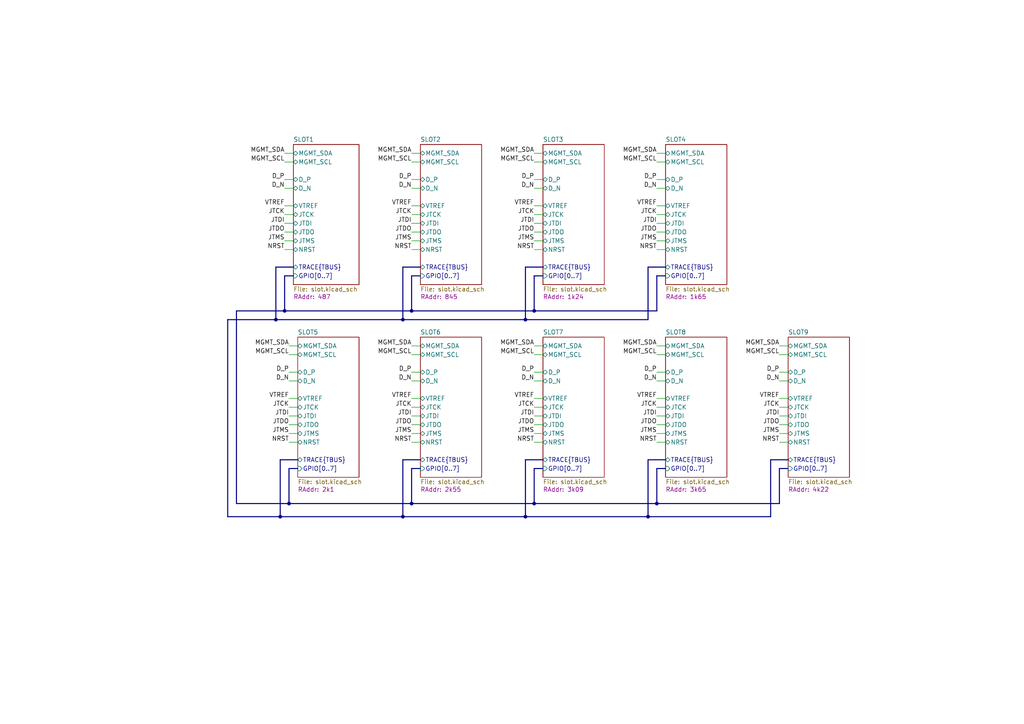
<source format=kicad_sch>
(kicad_sch
	(version 20250114)
	(generator "eeschema")
	(generator_version "9.0")
	(uuid "651e82b2-7263-4fbb-8ac3-4176204cebeb")
	(paper "A4")
	(title_block
		(title "Red Cuttle Back Plane Passive Half Rack 4u1x")
		(rev "V1.0a")
		(company "1BitSquared")
		(comment 1 "(C) 2024 1BitSquared")
		(comment 2 "(C) 2024 Piotr Esden-Tempski")
		(comment 3 "License: CC-BY-SA 4.0")
		(comment 4 "Based on original design by Zyp")
	)
	(lib_symbols)
	(junction
		(at 154.94 146.05)
		(diameter 0)
		(color 0 0 0 0)
		(uuid "0950b2de-7a1a-4d9c-a490-0d9f14ad5e33")
	)
	(junction
		(at 116.84 149.86)
		(diameter 0)
		(color 0 0 0 0)
		(uuid "0cd99a35-b656-444a-b66a-3cdd49b2a87d")
	)
	(junction
		(at 187.96 149.86)
		(diameter 0)
		(color 0 0 0 0)
		(uuid "31ca2554-8775-4212-80f9-85ac5bb67a49")
	)
	(junction
		(at 154.94 90.17)
		(diameter 0)
		(color 0 0 0 0)
		(uuid "4549e713-2cbe-4aba-b6d4-71f3db2d7d00")
	)
	(junction
		(at 119.38 146.05)
		(diameter 0)
		(color 0 0 0 0)
		(uuid "5400090f-f955-4bff-8953-2ef9f4715e8e")
	)
	(junction
		(at 81.28 149.86)
		(diameter 0)
		(color 0 0 0 0)
		(uuid "5466b416-38e0-4699-aea4-61e7bec9fc1b")
	)
	(junction
		(at 190.5 146.05)
		(diameter 0)
		(color 0 0 0 0)
		(uuid "7aee9752-3c62-44c0-a04f-a4119ca1f849")
	)
	(junction
		(at 152.4 92.71)
		(diameter 0)
		(color 0 0 0 0)
		(uuid "7e996131-e10b-4c58-9b98-dccdd7fb1081")
	)
	(junction
		(at 152.4 149.86)
		(diameter 0)
		(color 0 0 0 0)
		(uuid "7eb8e798-607a-404b-9ff4-5e2d5c5f5111")
	)
	(junction
		(at 119.38 90.17)
		(diameter 0)
		(color 0 0 0 0)
		(uuid "8183ffc1-6861-4fe3-bf1f-c32c8a41188d")
	)
	(junction
		(at 82.55 90.17)
		(diameter 0)
		(color 0 0 0 0)
		(uuid "83f2fd1c-f674-4d08-9d10-b0a031a608de")
	)
	(junction
		(at 80.01 92.71)
		(diameter 0)
		(color 0 0 0 0)
		(uuid "b74a3c6a-b0b9-43cf-b2c6-7b33f0bc611e")
	)
	(junction
		(at 116.84 92.71)
		(diameter 0)
		(color 0 0 0 0)
		(uuid "e5211030-db7e-4aa9-815d-25aaaee90a3d")
	)
	(junction
		(at 83.82 146.05)
		(diameter 0)
		(color 0 0 0 0)
		(uuid "fb921bd0-2a8a-401d-adf6-656417ba7e40")
	)
	(wire
		(pts
			(xy 83.82 125.73) (xy 86.36 125.73)
		)
		(stroke
			(width 0)
			(type default)
		)
		(uuid "02916bf8-232d-4f2c-9b84-210d00e954f3")
	)
	(bus
		(pts
			(xy 152.4 133.35) (xy 152.4 149.86)
		)
		(stroke
			(width 0)
			(type default)
		)
		(uuid "04b840ec-7219-4dc1-ab7f-63f5cbfd57d0")
	)
	(bus
		(pts
			(xy 226.06 146.05) (xy 190.5 146.05)
		)
		(stroke
			(width 0)
			(type default)
		)
		(uuid "0706430b-9e32-4ce4-b4c6-cd69ae6bf990")
	)
	(wire
		(pts
			(xy 190.5 125.73) (xy 193.04 125.73)
		)
		(stroke
			(width 0)
			(type default)
		)
		(uuid "0af31011-a8f3-45d5-9ee5-deebf303f415")
	)
	(bus
		(pts
			(xy 190.5 80.01) (xy 193.04 80.01)
		)
		(stroke
			(width 0)
			(type default)
		)
		(uuid "0c2d3781-a9ef-4e70-85a7-e7c51cc8f783")
	)
	(bus
		(pts
			(xy 119.38 90.17) (xy 119.38 80.01)
		)
		(stroke
			(width 0)
			(type default)
		)
		(uuid "0cef1821-d448-4cc1-8c37-785e9f7908e3")
	)
	(wire
		(pts
			(xy 190.5 59.69) (xy 193.04 59.69)
		)
		(stroke
			(width 0)
			(type default)
		)
		(uuid "0da3149c-b03c-4cf1-af13-02d0b2def74e")
	)
	(wire
		(pts
			(xy 154.94 118.11) (xy 157.48 118.11)
		)
		(stroke
			(width 0)
			(type default)
		)
		(uuid "0e6d73fe-4edf-45f9-8e9e-cc481bda88dc")
	)
	(wire
		(pts
			(xy 154.94 102.87) (xy 157.48 102.87)
		)
		(stroke
			(width 0)
			(type default)
		)
		(uuid "10946765-0384-4e63-b0e4-cee4f771d7a0")
	)
	(wire
		(pts
			(xy 119.38 128.27) (xy 121.92 128.27)
		)
		(stroke
			(width 0)
			(type default)
		)
		(uuid "15fd5bac-d59a-4d57-8310-5cb89f890f1b")
	)
	(bus
		(pts
			(xy 116.84 92.71) (xy 116.84 77.47)
		)
		(stroke
			(width 0)
			(type default)
		)
		(uuid "16d736d1-e59c-4bd7-8313-b8816647698b")
	)
	(bus
		(pts
			(xy 81.28 149.86) (xy 116.84 149.86)
		)
		(stroke
			(width 0)
			(type default)
		)
		(uuid "17e4445d-8b9b-42f1-9a83-13e975c7b9b5")
	)
	(wire
		(pts
			(xy 154.94 110.49) (xy 157.48 110.49)
		)
		(stroke
			(width 0)
			(type default)
		)
		(uuid "1971759f-ef4b-44f8-a2f7-29b5134e3edf")
	)
	(wire
		(pts
			(xy 190.5 64.77) (xy 193.04 64.77)
		)
		(stroke
			(width 0)
			(type default)
		)
		(uuid "1b89657f-f4e2-4d00-ae9f-9487b5e2cfb0")
	)
	(wire
		(pts
			(xy 154.94 100.33) (xy 157.48 100.33)
		)
		(stroke
			(width 0)
			(type default)
		)
		(uuid "215395cc-9b47-4cd3-a3ce-f8fcff73abbc")
	)
	(bus
		(pts
			(xy 154.94 146.05) (xy 190.5 146.05)
		)
		(stroke
			(width 0)
			(type default)
		)
		(uuid "22e3feb0-e3ed-4902-8586-17a3cc289db0")
	)
	(bus
		(pts
			(xy 82.55 90.17) (xy 119.38 90.17)
		)
		(stroke
			(width 0)
			(type default)
		)
		(uuid "24bb4cb6-ac52-4414-925d-b9fd2de3a70f")
	)
	(wire
		(pts
			(xy 154.94 59.69) (xy 157.48 59.69)
		)
		(stroke
			(width 0)
			(type default)
		)
		(uuid "2b53591f-3ed9-4bfa-b0a5-18556db3b6ca")
	)
	(wire
		(pts
			(xy 226.06 100.33) (xy 228.6 100.33)
		)
		(stroke
			(width 0)
			(type default)
		)
		(uuid "2ca401a0-48d1-4b9a-a524-4e8a0907f8ab")
	)
	(wire
		(pts
			(xy 154.94 46.99) (xy 157.48 46.99)
		)
		(stroke
			(width 0)
			(type default)
		)
		(uuid "2d67c080-cf82-4d97-9544-d23d4ae7e9a5")
	)
	(wire
		(pts
			(xy 154.94 123.19) (xy 157.48 123.19)
		)
		(stroke
			(width 0)
			(type default)
		)
		(uuid "2e2fbb7b-eb77-4c22-a61d-2f9fe38eea1a")
	)
	(bus
		(pts
			(xy 80.01 77.47) (xy 80.01 92.71)
		)
		(stroke
			(width 0)
			(type default)
		)
		(uuid "30883d71-9e42-4c82-96a3-e5f0f8ce5bff")
	)
	(bus
		(pts
			(xy 83.82 146.05) (xy 119.38 146.05)
		)
		(stroke
			(width 0)
			(type default)
		)
		(uuid "34114259-83ca-44a7-8b7b-295ae6cc7793")
	)
	(wire
		(pts
			(xy 119.38 64.77) (xy 121.92 64.77)
		)
		(stroke
			(width 0)
			(type default)
		)
		(uuid "35b3832a-fce2-4953-9ffd-6ace09fc0605")
	)
	(wire
		(pts
			(xy 226.06 123.19) (xy 228.6 123.19)
		)
		(stroke
			(width 0)
			(type default)
		)
		(uuid "3c0e6ce7-3b17-4df5-8176-5fe6863bcb9c")
	)
	(wire
		(pts
			(xy 154.94 107.95) (xy 157.48 107.95)
		)
		(stroke
			(width 0)
			(type default)
		)
		(uuid "3cd17eed-a08f-4524-988f-be163759bd37")
	)
	(bus
		(pts
			(xy 119.38 135.89) (xy 121.92 135.89)
		)
		(stroke
			(width 0)
			(type default)
		)
		(uuid "3f15523a-d739-4560-8020-681e4af8c2a8")
	)
	(wire
		(pts
			(xy 190.5 62.23) (xy 193.04 62.23)
		)
		(stroke
			(width 0)
			(type default)
		)
		(uuid "4076aa69-eb44-4161-b73b-decf2eb15335")
	)
	(bus
		(pts
			(xy 66.04 92.71) (xy 66.04 149.86)
		)
		(stroke
			(width 0)
			(type default)
		)
		(uuid "40f192ff-8f3c-46bf-8e8d-a1a7d3fbcc8c")
	)
	(wire
		(pts
			(xy 190.5 102.87) (xy 193.04 102.87)
		)
		(stroke
			(width 0)
			(type default)
		)
		(uuid "482842fa-634a-4b2c-8ccc-3f69afd51cf8")
	)
	(wire
		(pts
			(xy 83.82 118.11) (xy 86.36 118.11)
		)
		(stroke
			(width 0)
			(type default)
		)
		(uuid "4acc9770-4251-497d-93d2-afedbf75c9b1")
	)
	(wire
		(pts
			(xy 190.5 120.65) (xy 193.04 120.65)
		)
		(stroke
			(width 0)
			(type default)
		)
		(uuid "4c745838-e333-4e98-9749-c78778fe72f5")
	)
	(bus
		(pts
			(xy 154.94 80.01) (xy 157.48 80.01)
		)
		(stroke
			(width 0)
			(type default)
		)
		(uuid "4d816fd6-9612-4b5e-b697-5445b39be573")
	)
	(wire
		(pts
			(xy 226.06 107.95) (xy 228.6 107.95)
		)
		(stroke
			(width 0)
			(type default)
		)
		(uuid "4f789b30-59d0-417a-a4d3-a1796fa24c96")
	)
	(wire
		(pts
			(xy 226.06 128.27) (xy 228.6 128.27)
		)
		(stroke
			(width 0)
			(type default)
		)
		(uuid "4fe24d7a-550f-4acd-8a69-0cddfda4ad74")
	)
	(wire
		(pts
			(xy 190.5 46.99) (xy 193.04 46.99)
		)
		(stroke
			(width 0)
			(type default)
		)
		(uuid "50decdca-fab8-4ec7-a5e9-520442987e18")
	)
	(wire
		(pts
			(xy 82.55 52.07) (xy 85.09 52.07)
		)
		(stroke
			(width 0)
			(type default)
		)
		(uuid "51760598-ca00-4d95-a4bc-1a90533975f5")
	)
	(bus
		(pts
			(xy 154.94 90.17) (xy 154.94 80.01)
		)
		(stroke
			(width 0)
			(type default)
		)
		(uuid "541ed23c-9d13-49d4-a4f2-2e685566a425")
	)
	(wire
		(pts
			(xy 190.5 44.45) (xy 193.04 44.45)
		)
		(stroke
			(width 0)
			(type default)
		)
		(uuid "549bfcd9-4d64-4f02-a3d1-82cdfd78447e")
	)
	(wire
		(pts
			(xy 154.94 44.45) (xy 157.48 44.45)
		)
		(stroke
			(width 0)
			(type default)
		)
		(uuid "556f4b3d-80d1-4286-8412-36d36c134d8e")
	)
	(wire
		(pts
			(xy 119.38 59.69) (xy 121.92 59.69)
		)
		(stroke
			(width 0)
			(type default)
		)
		(uuid "55e2d8e2-d707-4051-9374-65f5cd48e0fa")
	)
	(wire
		(pts
			(xy 190.5 123.19) (xy 193.04 123.19)
		)
		(stroke
			(width 0)
			(type default)
		)
		(uuid "56a4d620-73fd-49ae-8119-f6ca2a0810d6")
	)
	(wire
		(pts
			(xy 154.94 128.27) (xy 157.48 128.27)
		)
		(stroke
			(width 0)
			(type default)
		)
		(uuid "5795cab7-18b1-49e7-b6d3-9dcdbee8f791")
	)
	(bus
		(pts
			(xy 80.01 92.71) (xy 116.84 92.71)
		)
		(stroke
			(width 0)
			(type default)
		)
		(uuid "5b0ca074-e7b6-4708-a6c7-b6a25ffc7d01")
	)
	(wire
		(pts
			(xy 119.38 107.95) (xy 121.92 107.95)
		)
		(stroke
			(width 0)
			(type default)
		)
		(uuid "5b26af9d-a57f-490d-b946-48fc97b4b79d")
	)
	(wire
		(pts
			(xy 119.38 110.49) (xy 121.92 110.49)
		)
		(stroke
			(width 0)
			(type default)
		)
		(uuid "5d4df17e-5c69-48cc-b67a-7d0ab2ce9311")
	)
	(bus
		(pts
			(xy 190.5 90.17) (xy 190.5 80.01)
		)
		(stroke
			(width 0)
			(type default)
		)
		(uuid "5e80ca8d-2cd9-4dae-9a0f-f2aec0a002a2")
	)
	(wire
		(pts
			(xy 83.82 128.27) (xy 86.36 128.27)
		)
		(stroke
			(width 0)
			(type default)
		)
		(uuid "5e996334-231e-4d10-8242-258528c8ad3b")
	)
	(wire
		(pts
			(xy 154.94 125.73) (xy 157.48 125.73)
		)
		(stroke
			(width 0)
			(type default)
		)
		(uuid "5e9c4f73-03f8-460d-9e6f-c710d50ba078")
	)
	(bus
		(pts
			(xy 116.84 92.71) (xy 152.4 92.71)
		)
		(stroke
			(width 0)
			(type default)
		)
		(uuid "5f8b279f-3c59-4831-bd62-0b855d410564")
	)
	(bus
		(pts
			(xy 187.96 149.86) (xy 187.96 133.35)
		)
		(stroke
			(width 0)
			(type default)
		)
		(uuid "5fd50852-15e2-459e-8a7e-9cdb4f72edd3")
	)
	(wire
		(pts
			(xy 82.55 54.61) (xy 85.09 54.61)
		)
		(stroke
			(width 0)
			(type default)
		)
		(uuid "617191ef-ee5a-42d2-9256-9081ab496e2c")
	)
	(wire
		(pts
			(xy 83.82 115.57) (xy 86.36 115.57)
		)
		(stroke
			(width 0)
			(type default)
		)
		(uuid "62c3ff6c-590c-409b-ab0d-db390430dd62")
	)
	(wire
		(pts
			(xy 82.55 46.99) (xy 85.09 46.99)
		)
		(stroke
			(width 0)
			(type default)
		)
		(uuid "65cf2097-feaf-4864-adec-571e6684bf64")
	)
	(wire
		(pts
			(xy 119.38 67.31) (xy 121.92 67.31)
		)
		(stroke
			(width 0)
			(type default)
		)
		(uuid "677b8f45-fad3-4382-b3b3-c9444c479de5")
	)
	(wire
		(pts
			(xy 190.5 128.27) (xy 193.04 128.27)
		)
		(stroke
			(width 0)
			(type default)
		)
		(uuid "68af05ac-16d7-44c6-8760-3a7e623deb43")
	)
	(wire
		(pts
			(xy 190.5 67.31) (xy 193.04 67.31)
		)
		(stroke
			(width 0)
			(type default)
		)
		(uuid "694a854b-e112-479e-80c7-dae28b016e5b")
	)
	(wire
		(pts
			(xy 190.5 115.57) (xy 193.04 115.57)
		)
		(stroke
			(width 0)
			(type default)
		)
		(uuid "6af7ab4b-7875-4053-abee-18d8050db262")
	)
	(bus
		(pts
			(xy 82.55 80.01) (xy 82.55 90.17)
		)
		(stroke
			(width 0)
			(type default)
		)
		(uuid "6d8a4e34-43be-4cdb-b022-4a7094fad400")
	)
	(wire
		(pts
			(xy 119.38 62.23) (xy 121.92 62.23)
		)
		(stroke
			(width 0)
			(type default)
		)
		(uuid "6fcfdfe1-a05e-4cd9-9593-72d8928210e7")
	)
	(wire
		(pts
			(xy 119.38 52.07) (xy 121.92 52.07)
		)
		(stroke
			(width 0)
			(type default)
		)
		(uuid "73789596-d47b-4a51-8abe-2f0afc729c18")
	)
	(bus
		(pts
			(xy 66.04 149.86) (xy 81.28 149.86)
		)
		(stroke
			(width 0)
			(type default)
		)
		(uuid "74db2cef-9848-4f78-8ee3-d9b9c1342d5e")
	)
	(wire
		(pts
			(xy 154.94 120.65) (xy 157.48 120.65)
		)
		(stroke
			(width 0)
			(type default)
		)
		(uuid "76b160a8-1d1d-42b5-84e6-4e713bbd88df")
	)
	(bus
		(pts
			(xy 119.38 146.05) (xy 154.94 146.05)
		)
		(stroke
			(width 0)
			(type default)
		)
		(uuid "77c4e35f-9b0c-4d66-b336-35e7ab531648")
	)
	(wire
		(pts
			(xy 119.38 118.11) (xy 121.92 118.11)
		)
		(stroke
			(width 0)
			(type default)
		)
		(uuid "78bd5693-3460-4756-ae30-538cb185bcef")
	)
	(bus
		(pts
			(xy 226.06 135.89) (xy 228.6 135.89)
		)
		(stroke
			(width 0)
			(type default)
		)
		(uuid "7a669cbe-5f06-4434-abc4-1af4e84efcab")
	)
	(bus
		(pts
			(xy 152.4 92.71) (xy 187.96 92.71)
		)
		(stroke
			(width 0)
			(type default)
		)
		(uuid "7bfdf090-9fe0-49ed-826f-a250599713a7")
	)
	(bus
		(pts
			(xy 81.28 133.35) (xy 86.36 133.35)
		)
		(stroke
			(width 0)
			(type default)
		)
		(uuid "7ce25f80-ecfe-4675-9965-10c371d15547")
	)
	(wire
		(pts
			(xy 119.38 54.61) (xy 121.92 54.61)
		)
		(stroke
			(width 0)
			(type default)
		)
		(uuid "7d1d1b45-4caf-451c-b0df-c958cb3aee62")
	)
	(bus
		(pts
			(xy 83.82 135.89) (xy 83.82 146.05)
		)
		(stroke
			(width 0)
			(type default)
		)
		(uuid "7d8eab74-e440-4d91-913c-50457501b24b")
	)
	(wire
		(pts
			(xy 83.82 107.95) (xy 86.36 107.95)
		)
		(stroke
			(width 0)
			(type default)
		)
		(uuid "8434ef4d-09f9-4e2d-ba06-82f234ccc592")
	)
	(wire
		(pts
			(xy 190.5 118.11) (xy 193.04 118.11)
		)
		(stroke
			(width 0)
			(type default)
		)
		(uuid "8abd1a9f-3bda-4663-b980-48f64e27cc47")
	)
	(bus
		(pts
			(xy 80.01 92.71) (xy 66.04 92.71)
		)
		(stroke
			(width 0)
			(type default)
		)
		(uuid "8d5cdd30-7826-4dd7-878c-21c8bc039081")
	)
	(wire
		(pts
			(xy 119.38 46.99) (xy 121.92 46.99)
		)
		(stroke
			(width 0)
			(type default)
		)
		(uuid "8dddd396-bf0d-4ee0-8c01-cf6d3613e316")
	)
	(bus
		(pts
			(xy 190.5 146.05) (xy 190.5 135.89)
		)
		(stroke
			(width 0)
			(type default)
		)
		(uuid "8e71b5b5-4251-493c-bbbd-5c54a8ba4e46")
	)
	(bus
		(pts
			(xy 152.4 92.71) (xy 152.4 77.47)
		)
		(stroke
			(width 0)
			(type default)
		)
		(uuid "90f682ca-27e4-4a95-b5ae-00816bc7f786")
	)
	(wire
		(pts
			(xy 83.82 102.87) (xy 86.36 102.87)
		)
		(stroke
			(width 0)
			(type default)
		)
		(uuid "9239c243-4f3b-4ebe-9869-3b2e9ec2d2b1")
	)
	(wire
		(pts
			(xy 226.06 115.57) (xy 228.6 115.57)
		)
		(stroke
			(width 0)
			(type default)
		)
		(uuid "9435a3ae-cb4a-41a2-a0d1-59459dd37558")
	)
	(wire
		(pts
			(xy 190.5 69.85) (xy 193.04 69.85)
		)
		(stroke
			(width 0)
			(type default)
		)
		(uuid "955790d6-b431-4090-9d30-c728ca107237")
	)
	(wire
		(pts
			(xy 190.5 110.49) (xy 193.04 110.49)
		)
		(stroke
			(width 0)
			(type default)
		)
		(uuid "95ab39a5-790d-405d-895f-ef1dd54165f4")
	)
	(wire
		(pts
			(xy 82.55 59.69) (xy 85.09 59.69)
		)
		(stroke
			(width 0)
			(type default)
		)
		(uuid "96fb3aa2-6fa3-4a77-9636-6eaea06aece1")
	)
	(bus
		(pts
			(xy 116.84 133.35) (xy 116.84 149.86)
		)
		(stroke
			(width 0)
			(type default)
		)
		(uuid "983dc995-d7ec-4580-8eb0-f6ab61ac466b")
	)
	(wire
		(pts
			(xy 154.94 67.31) (xy 157.48 67.31)
		)
		(stroke
			(width 0)
			(type default)
		)
		(uuid "9a9ba821-45f9-4468-8347-8d08639ad4b0")
	)
	(bus
		(pts
			(xy 68.58 90.17) (xy 68.58 146.05)
		)
		(stroke
			(width 0)
			(type default)
		)
		(uuid "9ab5dfcf-2712-4147-bdb7-0b97f8cf2bba")
	)
	(wire
		(pts
			(xy 226.06 102.87) (xy 228.6 102.87)
		)
		(stroke
			(width 0)
			(type default)
		)
		(uuid "9c873ab4-a713-445c-a05f-dac5fabaf28e")
	)
	(bus
		(pts
			(xy 152.4 77.47) (xy 157.48 77.47)
		)
		(stroke
			(width 0)
			(type default)
		)
		(uuid "9cb8a2a6-7743-4c08-b2d8-3dd795bd2234")
	)
	(wire
		(pts
			(xy 119.38 44.45) (xy 121.92 44.45)
		)
		(stroke
			(width 0)
			(type default)
		)
		(uuid "9d87fcfb-2c19-4fd0-976b-e31a5c8264b0")
	)
	(wire
		(pts
			(xy 119.38 120.65) (xy 121.92 120.65)
		)
		(stroke
			(width 0)
			(type default)
		)
		(uuid "9de359bc-76ee-4eb7-a074-9d089638f06f")
	)
	(bus
		(pts
			(xy 226.06 135.89) (xy 226.06 146.05)
		)
		(stroke
			(width 0)
			(type default)
		)
		(uuid "9edae0db-f796-4d23-9eff-2fd48a247cfa")
	)
	(wire
		(pts
			(xy 119.38 72.39) (xy 121.92 72.39)
		)
		(stroke
			(width 0)
			(type default)
		)
		(uuid "a03b20ae-7f72-46d5-a07b-e8059d8fdc3a")
	)
	(bus
		(pts
			(xy 154.94 90.17) (xy 190.5 90.17)
		)
		(stroke
			(width 0)
			(type default)
		)
		(uuid "a0a88593-e209-4820-88fb-ae20979aae02")
	)
	(bus
		(pts
			(xy 154.94 135.89) (xy 157.48 135.89)
		)
		(stroke
			(width 0)
			(type default)
		)
		(uuid "a790055c-c019-4d44-bf34-00c53579bf38")
	)
	(bus
		(pts
			(xy 119.38 80.01) (xy 121.92 80.01)
		)
		(stroke
			(width 0)
			(type default)
		)
		(uuid "aa3e2452-793d-4f88-ba85-82b5f0f69862")
	)
	(bus
		(pts
			(xy 119.38 90.17) (xy 154.94 90.17)
		)
		(stroke
			(width 0)
			(type default)
		)
		(uuid "ac27b171-eefd-4ca9-9220-9b0784f85158")
	)
	(wire
		(pts
			(xy 154.94 64.77) (xy 157.48 64.77)
		)
		(stroke
			(width 0)
			(type default)
		)
		(uuid "ac94d2f8-053d-46d7-969f-bf281419eb7a")
	)
	(wire
		(pts
			(xy 154.94 69.85) (xy 157.48 69.85)
		)
		(stroke
			(width 0)
			(type default)
		)
		(uuid "acfda43c-d48c-48dc-b469-331e3fa3a73a")
	)
	(bus
		(pts
			(xy 82.55 80.01) (xy 85.09 80.01)
		)
		(stroke
			(width 0)
			(type default)
		)
		(uuid "ae61f143-f78a-416a-95b5-0038d224fe1f")
	)
	(wire
		(pts
			(xy 190.5 54.61) (xy 193.04 54.61)
		)
		(stroke
			(width 0)
			(type default)
		)
		(uuid "b1d1135f-2440-4288-9efc-c94b6702ba4e")
	)
	(bus
		(pts
			(xy 81.28 133.35) (xy 81.28 149.86)
		)
		(stroke
			(width 0)
			(type default)
		)
		(uuid "b602c0ec-5132-48cf-8cc1-a9991b3e61d1")
	)
	(wire
		(pts
			(xy 82.55 69.85) (xy 85.09 69.85)
		)
		(stroke
			(width 0)
			(type default)
		)
		(uuid "b7022666-3f30-4ba6-aa9d-c8350c76b4af")
	)
	(bus
		(pts
			(xy 116.84 149.86) (xy 152.4 149.86)
		)
		(stroke
			(width 0)
			(type default)
		)
		(uuid "b7afc798-e187-448a-ae89-4a8aba1738e3")
	)
	(bus
		(pts
			(xy 68.58 146.05) (xy 83.82 146.05)
		)
		(stroke
			(width 0)
			(type default)
		)
		(uuid "b839d9c1-feff-40a3-b0fa-d0430a7478a1")
	)
	(bus
		(pts
			(xy 152.4 149.86) (xy 187.96 149.86)
		)
		(stroke
			(width 0)
			(type default)
		)
		(uuid "ba4dae46-a179-4d50-be82-83f11f9ecaaf")
	)
	(wire
		(pts
			(xy 82.55 67.31) (xy 85.09 67.31)
		)
		(stroke
			(width 0)
			(type default)
		)
		(uuid "bd4362c2-87a8-4c48-a74c-14162fb52ff1")
	)
	(wire
		(pts
			(xy 82.55 72.39) (xy 85.09 72.39)
		)
		(stroke
			(width 0)
			(type default)
		)
		(uuid "be570bb9-4f9f-4dab-a09c-f877526e9510")
	)
	(wire
		(pts
			(xy 154.94 52.07) (xy 157.48 52.07)
		)
		(stroke
			(width 0)
			(type default)
		)
		(uuid "beccd4cc-aedf-4964-84cf-afdf87facd5b")
	)
	(bus
		(pts
			(xy 223.52 133.35) (xy 228.6 133.35)
		)
		(stroke
			(width 0)
			(type default)
		)
		(uuid "c0b8ee3a-8ee0-48bc-b39d-92e94fe4c84e")
	)
	(bus
		(pts
			(xy 187.96 92.71) (xy 187.96 77.47)
		)
		(stroke
			(width 0)
			(type default)
		)
		(uuid "c1e228be-e63b-4009-b41a-bc932e604473")
	)
	(wire
		(pts
			(xy 83.82 123.19) (xy 86.36 123.19)
		)
		(stroke
			(width 0)
			(type default)
		)
		(uuid "c40ffe80-5067-44e6-a37a-af42d9b84985")
	)
	(wire
		(pts
			(xy 226.06 120.65) (xy 228.6 120.65)
		)
		(stroke
			(width 0)
			(type default)
		)
		(uuid "c4b74e18-e8b2-4e5d-8db2-770bd658abde")
	)
	(wire
		(pts
			(xy 190.5 72.39) (xy 193.04 72.39)
		)
		(stroke
			(width 0)
			(type default)
		)
		(uuid "c68639e7-0b17-4219-911c-f11edd9dcdd2")
	)
	(wire
		(pts
			(xy 83.82 120.65) (xy 86.36 120.65)
		)
		(stroke
			(width 0)
			(type default)
		)
		(uuid "ca24078f-73e1-4bce-8f91-f222abd20ac9")
	)
	(bus
		(pts
			(xy 82.55 90.17) (xy 68.58 90.17)
		)
		(stroke
			(width 0)
			(type default)
		)
		(uuid "d0a66966-8b01-4ab7-8316-b1f4358e029b")
	)
	(wire
		(pts
			(xy 154.94 62.23) (xy 157.48 62.23)
		)
		(stroke
			(width 0)
			(type default)
		)
		(uuid "d3c8bbf7-191a-4530-9527-1868b65b7171")
	)
	(bus
		(pts
			(xy 154.94 135.89) (xy 154.94 146.05)
		)
		(stroke
			(width 0)
			(type default)
		)
		(uuid "d410b1be-d5b6-4ef0-b0c6-5f772a5166b8")
	)
	(bus
		(pts
			(xy 190.5 135.89) (xy 193.04 135.89)
		)
		(stroke
			(width 0)
			(type default)
		)
		(uuid "d624a99e-74f7-4baa-8b27-7696b5c508c9")
	)
	(bus
		(pts
			(xy 187.96 77.47) (xy 193.04 77.47)
		)
		(stroke
			(width 0)
			(type default)
		)
		(uuid "d9985531-3cad-474b-8b0c-5acf894d085a")
	)
	(bus
		(pts
			(xy 223.52 133.35) (xy 223.52 149.86)
		)
		(stroke
			(width 0)
			(type default)
		)
		(uuid "daeaadba-1d31-4489-a93c-f060315ce33a")
	)
	(bus
		(pts
			(xy 187.96 133.35) (xy 193.04 133.35)
		)
		(stroke
			(width 0)
			(type default)
		)
		(uuid "dc0bae87-3871-4fc5-a28f-fd76627faecf")
	)
	(bus
		(pts
			(xy 119.38 135.89) (xy 119.38 146.05)
		)
		(stroke
			(width 0)
			(type default)
		)
		(uuid "dc66802e-0e35-4338-b248-6f0da91f9c5f")
	)
	(wire
		(pts
			(xy 190.5 107.95) (xy 193.04 107.95)
		)
		(stroke
			(width 0)
			(type default)
		)
		(uuid "dcaf3d3e-c32e-4f9b-8ad6-0c14dbc989ff")
	)
	(wire
		(pts
			(xy 119.38 123.19) (xy 121.92 123.19)
		)
		(stroke
			(width 0)
			(type default)
		)
		(uuid "dd228ecd-5c97-4242-82dc-fe206399dde3")
	)
	(wire
		(pts
			(xy 119.38 100.33) (xy 121.92 100.33)
		)
		(stroke
			(width 0)
			(type default)
		)
		(uuid "dd8b90a1-7721-4066-a7fe-f8f853e632bd")
	)
	(wire
		(pts
			(xy 82.55 62.23) (xy 85.09 62.23)
		)
		(stroke
			(width 0)
			(type default)
		)
		(uuid "e328e00d-47b4-4a1f-be90-5e809ad0ce99")
	)
	(wire
		(pts
			(xy 154.94 54.61) (xy 157.48 54.61)
		)
		(stroke
			(width 0)
			(type default)
		)
		(uuid "e49521e2-6ff4-4b3e-85b6-0dcf0573153f")
	)
	(wire
		(pts
			(xy 83.82 110.49) (xy 86.36 110.49)
		)
		(stroke
			(width 0)
			(type default)
		)
		(uuid "e60ca870-e89b-464f-9f7e-a507fa4a3d30")
	)
	(wire
		(pts
			(xy 119.38 102.87) (xy 121.92 102.87)
		)
		(stroke
			(width 0)
			(type default)
		)
		(uuid "e84489cc-74c3-459c-b078-467beed8e1b2")
	)
	(wire
		(pts
			(xy 190.5 100.33) (xy 193.04 100.33)
		)
		(stroke
			(width 0)
			(type default)
		)
		(uuid "e86b4da2-4378-43f6-b466-fa6705ba3266")
	)
	(bus
		(pts
			(xy 116.84 133.35) (xy 121.92 133.35)
		)
		(stroke
			(width 0)
			(type default)
		)
		(uuid "e8b35a2f-7bcf-4771-8332-f474d45622ae")
	)
	(wire
		(pts
			(xy 119.38 125.73) (xy 121.92 125.73)
		)
		(stroke
			(width 0)
			(type default)
		)
		(uuid "e8c1b337-b113-47ac-bef9-09d085299b83")
	)
	(wire
		(pts
			(xy 226.06 118.11) (xy 228.6 118.11)
		)
		(stroke
			(width 0)
			(type default)
		)
		(uuid "eb6920e4-2f74-4c31-973b-02c80628d775")
	)
	(bus
		(pts
			(xy 83.82 135.89) (xy 86.36 135.89)
		)
		(stroke
			(width 0)
			(type default)
		)
		(uuid "eced0025-7641-4a0e-b2e0-205f61c91941")
	)
	(wire
		(pts
			(xy 190.5 52.07) (xy 193.04 52.07)
		)
		(stroke
			(width 0)
			(type default)
		)
		(uuid "ee263424-f941-4f9c-ba98-9b1df01952a6")
	)
	(bus
		(pts
			(xy 223.52 149.86) (xy 187.96 149.86)
		)
		(stroke
			(width 0)
			(type default)
		)
		(uuid "eea001cd-6d8f-4203-b543-959bfc711aba")
	)
	(wire
		(pts
			(xy 119.38 115.57) (xy 121.92 115.57)
		)
		(stroke
			(width 0)
			(type default)
		)
		(uuid "f01ed976-8105-414c-aae4-8138ca4712e7")
	)
	(bus
		(pts
			(xy 80.01 77.47) (xy 85.09 77.47)
		)
		(stroke
			(width 0)
			(type default)
		)
		(uuid "f20880d1-70f4-46a1-8ecb-84d75724ca02")
	)
	(wire
		(pts
			(xy 83.82 100.33) (xy 86.36 100.33)
		)
		(stroke
			(width 0)
			(type default)
		)
		(uuid "f4eda633-67b2-4871-aa4e-5ca49dc7ca44")
	)
	(wire
		(pts
			(xy 226.06 110.49) (xy 228.6 110.49)
		)
		(stroke
			(width 0)
			(type default)
		)
		(uuid "f5a593bb-fd91-40c9-92fd-3b3687a0e7d9")
	)
	(bus
		(pts
			(xy 152.4 133.35) (xy 157.48 133.35)
		)
		(stroke
			(width 0)
			(type default)
		)
		(uuid "f6b7594e-cd13-4421-a415-ff1633165267")
	)
	(wire
		(pts
			(xy 82.55 44.45) (xy 85.09 44.45)
		)
		(stroke
			(width 0)
			(type default)
		)
		(uuid "f82c5873-1215-4f07-9d83-5ef58478c2c1")
	)
	(wire
		(pts
			(xy 82.55 64.77) (xy 85.09 64.77)
		)
		(stroke
			(width 0)
			(type default)
		)
		(uuid "fa8e3a18-876a-45dd-8d42-23237879368d")
	)
	(bus
		(pts
			(xy 116.84 77.47) (xy 121.92 77.47)
		)
		(stroke
			(width 0)
			(type default)
		)
		(uuid "fc7bbcb4-8b27-42d1-b6f5-193817f95a99")
	)
	(wire
		(pts
			(xy 226.06 125.73) (xy 228.6 125.73)
		)
		(stroke
			(width 0)
			(type default)
		)
		(uuid "fc9c43a8-10fe-47c4-8d8f-6b8610dec5ce")
	)
	(wire
		(pts
			(xy 154.94 72.39) (xy 157.48 72.39)
		)
		(stroke
			(width 0)
			(type default)
		)
		(uuid "fcd00f99-c240-48eb-aecf-fdf843ba808b")
	)
	(wire
		(pts
			(xy 154.94 115.57) (xy 157.48 115.57)
		)
		(stroke
			(width 0)
			(type default)
		)
		(uuid "fe0306e0-c94a-4096-a671-a7b438042d26")
	)
	(wire
		(pts
			(xy 119.38 69.85) (xy 121.92 69.85)
		)
		(stroke
			(width 0)
			(type default)
		)
		(uuid "fefe95d0-6cbf-4ad4-b962-a07e18a28cd4")
	)
	(label "MGMT_SDA"
		(at 82.55 44.45 180)
		(effects
			(font
				(size 1.27 1.27)
			)
			(justify right bottom)
		)
		(uuid "003d54d9-5908-4aa0-bf47-86dd333a4c9d")
	)
	(label "D_P"
		(at 154.94 52.07 180)
		(effects
			(font
				(size 1.27 1.27)
			)
			(justify right bottom)
		)
		(uuid "00d42f8a-019f-4697-8cbe-b53ec6526001")
	)
	(label "JTMS"
		(at 190.5 69.85 180)
		(effects
			(font
				(size 1.27 1.27)
			)
			(justify right bottom)
		)
		(uuid "08831fdf-7730-4470-a02f-e78b3e8eb79e")
	)
	(label "JTMS"
		(at 119.38 125.73 180)
		(effects
			(font
				(size 1.27 1.27)
			)
			(justify right bottom)
		)
		(uuid "0c9527e4-35fb-4e21-a902-e3c5c5f11224")
	)
	(label "MGMT_SCL"
		(at 83.82 102.87 180)
		(effects
			(font
				(size 1.27 1.27)
			)
			(justify right bottom)
		)
		(uuid "0e0ce110-eb3f-4bc7-8ae5-af706742536b")
	)
	(label "MGMT_SDA"
		(at 119.38 100.33 180)
		(effects
			(font
				(size 1.27 1.27)
			)
			(justify right bottom)
		)
		(uuid "1280a6bf-5787-4bd6-8013-8b0d3da534da")
	)
	(label "JTDI"
		(at 82.55 64.77 180)
		(effects
			(font
				(size 1.27 1.27)
			)
			(justify right bottom)
		)
		(uuid "1384e5a4-4daf-46b0-87d8-80006b5a7625")
	)
	(label "D_N"
		(at 119.38 110.49 180)
		(effects
			(font
				(size 1.27 1.27)
			)
			(justify right bottom)
		)
		(uuid "15daaf38-77e5-4916-973c-3995b8f268d3")
	)
	(label "D_N"
		(at 190.5 54.61 180)
		(effects
			(font
				(size 1.27 1.27)
			)
			(justify right bottom)
		)
		(uuid "18e92315-1bb1-4fd1-bc6c-a68016a1d39f")
	)
	(label "MGMT_SDA"
		(at 119.38 44.45 180)
		(effects
			(font
				(size 1.27 1.27)
			)
			(justify right bottom)
		)
		(uuid "1c1d9118-5433-4fe7-9fe0-5f7fe791a5f4")
	)
	(label "JTCK"
		(at 154.94 62.23 180)
		(effects
			(font
				(size 1.27 1.27)
			)
			(justify right bottom)
		)
		(uuid "212b7733-aa64-490b-b493-ec901d7489af")
	)
	(label "MGMT_SCL"
		(at 119.38 102.87 180)
		(effects
			(font
				(size 1.27 1.27)
			)
			(justify right bottom)
		)
		(uuid "21503605-5f7a-4c88-8d21-25a61401c60a")
	)
	(label "VTREF"
		(at 190.5 115.57 180)
		(effects
			(font
				(size 1.27 1.27)
			)
			(justify right bottom)
		)
		(uuid "24ef2c33-5a04-4907-8124-a9e68de681f9")
	)
	(label "JTMS"
		(at 190.5 125.73 180)
		(effects
			(font
				(size 1.27 1.27)
			)
			(justify right bottom)
		)
		(uuid "267fc8c7-567a-435b-a93d-c92c86195726")
	)
	(label "JTCK"
		(at 83.82 118.11 180)
		(effects
			(font
				(size 1.27 1.27)
			)
			(justify right bottom)
		)
		(uuid "28575596-8579-48a9-a184-72ddae78e1ea")
	)
	(label "JTMS"
		(at 82.55 69.85 180)
		(effects
			(font
				(size 1.27 1.27)
			)
			(justify right bottom)
		)
		(uuid "290c63c6-916d-416e-9ff4-df8d247f9659")
	)
	(label "NRST"
		(at 226.06 128.27 180)
		(effects
			(font
				(size 1.27 1.27)
			)
			(justify right bottom)
		)
		(uuid "2ccf07e2-0c5c-4142-b764-d954056f5ddf")
	)
	(label "JTDO"
		(at 190.5 123.19 180)
		(effects
			(font
				(size 1.27 1.27)
			)
			(justify right bottom)
		)
		(uuid "2e2fe1dd-4bb0-48a6-8114-77210b38f7f1")
	)
	(label "VTREF"
		(at 119.38 115.57 180)
		(effects
			(font
				(size 1.27 1.27)
			)
			(justify right bottom)
		)
		(uuid "2e74d111-c626-47c5-8ca1-341f32554939")
	)
	(label "MGMT_SCL"
		(at 82.55 46.99 180)
		(effects
			(font
				(size 1.27 1.27)
			)
			(justify right bottom)
		)
		(uuid "2ef22725-1e5c-4290-8e20-3d0c96ed0166")
	)
	(label "NRST"
		(at 119.38 72.39 180)
		(effects
			(font
				(size 1.27 1.27)
			)
			(justify right bottom)
		)
		(uuid "2f16f620-4ddf-482a-8258-1ca10d514a5c")
	)
	(label "JTDO"
		(at 82.55 67.31 180)
		(effects
			(font
				(size 1.27 1.27)
			)
			(justify right bottom)
		)
		(uuid "323bbe0e-9656-4854-83f0-4afe7c789d06")
	)
	(label "JTDI"
		(at 226.06 120.65 180)
		(effects
			(font
				(size 1.27 1.27)
			)
			(justify right bottom)
		)
		(uuid "370d7b01-0dd9-471d-b972-f8ec37604fc2")
	)
	(label "JTDI"
		(at 119.38 120.65 180)
		(effects
			(font
				(size 1.27 1.27)
			)
			(justify right bottom)
		)
		(uuid "3b356f6d-0fea-4476-bf12-d83c21beed69")
	)
	(label "D_N"
		(at 154.94 54.61 180)
		(effects
			(font
				(size 1.27 1.27)
			)
			(justify right bottom)
		)
		(uuid "3ce7a3e5-bfc4-4d3c-af1f-112d1ee7fee5")
	)
	(label "NRST"
		(at 119.38 128.27 180)
		(effects
			(font
				(size 1.27 1.27)
			)
			(justify right bottom)
		)
		(uuid "435c17ad-2641-41f2-abcf-0fc50896a471")
	)
	(label "D_N"
		(at 226.06 110.49 180)
		(effects
			(font
				(size 1.27 1.27)
			)
			(justify right bottom)
		)
		(uuid "4370d517-2208-401b-a836-b63391e0fc64")
	)
	(label "JTMS"
		(at 154.94 69.85 180)
		(effects
			(font
				(size 1.27 1.27)
			)
			(justify right bottom)
		)
		(uuid "44dd30cb-fbbf-4c20-b167-6ff4a95ae1c6")
	)
	(label "MGMT_SCL"
		(at 190.5 46.99 180)
		(effects
			(font
				(size 1.27 1.27)
			)
			(justify right bottom)
		)
		(uuid "4bd7b098-d7d0-4f3d-8c14-ae7df7a65f15")
	)
	(label "JTDO"
		(at 154.94 123.19 180)
		(effects
			(font
				(size 1.27 1.27)
			)
			(justify right bottom)
		)
		(uuid "4f2396f5-ee7b-4797-9d7a-acbd129b2403")
	)
	(label "NRST"
		(at 154.94 72.39 180)
		(effects
			(font
				(size 1.27 1.27)
			)
			(justify right bottom)
		)
		(uuid "5394736e-5818-4e89-b797-02ffb7b9e9a4")
	)
	(label "MGMT_SCL"
		(at 154.94 102.87 180)
		(effects
			(font
				(size 1.27 1.27)
			)
			(justify right bottom)
		)
		(uuid "53a4cd31-b67d-432f-b5de-976967b385fc")
	)
	(label "D_P"
		(at 82.55 52.07 180)
		(effects
			(font
				(size 1.27 1.27)
			)
			(justify right bottom)
		)
		(uuid "58ba7aa0-570a-4ed5-9c6e-aa7d98d51a72")
	)
	(label "JTDI"
		(at 190.5 120.65 180)
		(effects
			(font
				(size 1.27 1.27)
			)
			(justify right bottom)
		)
		(uuid "5ebb1f5d-b941-4cdb-b3af-278b5c229cd8")
	)
	(label "D_P"
		(at 190.5 52.07 180)
		(effects
			(font
				(size 1.27 1.27)
			)
			(justify right bottom)
		)
		(uuid "5edcf4cb-9ef2-41d3-bdb6-3c221e1f1434")
	)
	(label "MGMT_SCL"
		(at 119.38 46.99 180)
		(effects
			(font
				(size 1.27 1.27)
			)
			(justify right bottom)
		)
		(uuid "6373cb92-f26c-4c2b-bc33-9aea06ab0940")
	)
	(label "MGMT_SDA"
		(at 190.5 44.45 180)
		(effects
			(font
				(size 1.27 1.27)
			)
			(justify right bottom)
		)
		(uuid "64cf9fd4-153e-4765-b443-0368d3b7a846")
	)
	(label "JTCK"
		(at 226.06 118.11 180)
		(effects
			(font
				(size 1.27 1.27)
			)
			(justify right bottom)
		)
		(uuid "6dceeb9b-3e5a-408c-81f4-8455717b1582")
	)
	(label "NRST"
		(at 154.94 128.27 180)
		(effects
			(font
				(size 1.27 1.27)
			)
			(justify right bottom)
		)
		(uuid "6e201fb0-e716-484a-a1f7-4a9bfd44d8fe")
	)
	(label "JTDI"
		(at 190.5 64.77 180)
		(effects
			(font
				(size 1.27 1.27)
			)
			(justify right bottom)
		)
		(uuid "718d27c0-f7af-4db4-b37e-513093ad8fca")
	)
	(label "MGMT_SCL"
		(at 154.94 46.99 180)
		(effects
			(font
				(size 1.27 1.27)
			)
			(justify right bottom)
		)
		(uuid "737240d5-d53f-424f-84a6-3bded91b20d4")
	)
	(label "D_P"
		(at 119.38 107.95 180)
		(effects
			(font
				(size 1.27 1.27)
			)
			(justify right bottom)
		)
		(uuid "76892d9b-f5d0-4633-b2fe-7da4c2bda186")
	)
	(label "MGMT_SDA"
		(at 154.94 44.45 180)
		(effects
			(font
				(size 1.27 1.27)
			)
			(justify right bottom)
		)
		(uuid "77f430c0-c0f1-45f9-8edc-e4c5ef7da6f7")
	)
	(label "JTDI"
		(at 119.38 64.77 180)
		(effects
			(font
				(size 1.27 1.27)
			)
			(justify right bottom)
		)
		(uuid "7804b44e-85fa-4d2c-b00e-2f07f51d88fb")
	)
	(label "NRST"
		(at 83.82 128.27 180)
		(effects
			(font
				(size 1.27 1.27)
			)
			(justify right bottom)
		)
		(uuid "7dfb5179-02b1-47e1-9f40-feecebee5938")
	)
	(label "JTDO"
		(at 154.94 67.31 180)
		(effects
			(font
				(size 1.27 1.27)
			)
			(justify right bottom)
		)
		(uuid "7f7246e3-f89b-454c-a34f-069eda2a8571")
	)
	(label "JTDO"
		(at 190.5 67.31 180)
		(effects
			(font
				(size 1.27 1.27)
			)
			(justify right bottom)
		)
		(uuid "84421a8e-7b03-46e0-9711-4fda4213899f")
	)
	(label "JTCK"
		(at 119.38 118.11 180)
		(effects
			(font
				(size 1.27 1.27)
			)
			(justify right bottom)
		)
		(uuid "899d1cb9-4fcd-493c-9b32-ae1fdd560846")
	)
	(label "VTREF"
		(at 154.94 59.69 180)
		(effects
			(font
				(size 1.27 1.27)
			)
			(justify right bottom)
		)
		(uuid "900e86b9-0a89-43a6-95ed-543dd5ede936")
	)
	(label "VTREF"
		(at 119.38 59.69 180)
		(effects
			(font
				(size 1.27 1.27)
			)
			(justify right bottom)
		)
		(uuid "91c60357-b036-4a30-b792-cc5014a10d92")
	)
	(label "D_N"
		(at 154.94 110.49 180)
		(effects
			(font
				(size 1.27 1.27)
			)
			(justify right bottom)
		)
		(uuid "97f4aab3-dd3a-4405-81f5-7ad1917b1bf1")
	)
	(label "JTCK"
		(at 82.55 62.23 180)
		(effects
			(font
				(size 1.27 1.27)
			)
			(justify right bottom)
		)
		(uuid "994adbf8-860b-4d2d-a4d5-c1fb5b18f9ba")
	)
	(label "JTDI"
		(at 154.94 64.77 180)
		(effects
			(font
				(size 1.27 1.27)
			)
			(justify right bottom)
		)
		(uuid "9b0cf2d6-8b47-468b-bbf7-7249729edf1c")
	)
	(label "VTREF"
		(at 154.94 115.57 180)
		(effects
			(font
				(size 1.27 1.27)
			)
			(justify right bottom)
		)
		(uuid "9cbc06bd-64fe-46b5-9aab-4eb5d2b46c71")
	)
	(label "NRST"
		(at 190.5 128.27 180)
		(effects
			(font
				(size 1.27 1.27)
			)
			(justify right bottom)
		)
		(uuid "a4f9b6e4-d465-4eb6-bcb8-2f799366ff71")
	)
	(label "VTREF"
		(at 226.06 115.57 180)
		(effects
			(font
				(size 1.27 1.27)
			)
			(justify right bottom)
		)
		(uuid "a5592cd5-cfe4-478b-8341-104e0120baa2")
	)
	(label "D_P"
		(at 226.06 107.95 180)
		(effects
			(font
				(size 1.27 1.27)
			)
			(justify right bottom)
		)
		(uuid "abdba298-5db0-4c18-9419-53071094f2b1")
	)
	(label "JTCK"
		(at 119.38 62.23 180)
		(effects
			(font
				(size 1.27 1.27)
			)
			(justify right bottom)
		)
		(uuid "aeeb03ef-0e14-4cb3-8cea-9e05e8056074")
	)
	(label "D_P"
		(at 83.82 107.95 180)
		(effects
			(font
				(size 1.27 1.27)
			)
			(justify right bottom)
		)
		(uuid "b22875e3-3848-4b7e-8b95-e69f2eb0703e")
	)
	(label "JTDO"
		(at 119.38 67.31 180)
		(effects
			(font
				(size 1.27 1.27)
			)
			(justify right bottom)
		)
		(uuid "b58bbcf6-af6e-4be0-9a01-00715d16a138")
	)
	(label "VTREF"
		(at 82.55 59.69 180)
		(effects
			(font
				(size 1.27 1.27)
			)
			(justify right bottom)
		)
		(uuid "b66a0bcb-c836-44fc-acf3-716e24f12f18")
	)
	(label "JTMS"
		(at 83.82 125.73 180)
		(effects
			(font
				(size 1.27 1.27)
			)
			(justify right bottom)
		)
		(uuid "baab41ef-cdb8-476e-8182-726aad98ed77")
	)
	(label "MGMT_SDA"
		(at 83.82 100.33 180)
		(effects
			(font
				(size 1.27 1.27)
			)
			(justify right bottom)
		)
		(uuid "bb4260dc-968e-42cc-a5d1-b74d115048cd")
	)
	(label "MGMT_SDA"
		(at 226.06 100.33 180)
		(effects
			(font
				(size 1.27 1.27)
			)
			(justify right bottom)
		)
		(uuid "bdd6175b-52c9-49c0-8bb9-32370ee47549")
	)
	(label "NRST"
		(at 82.55 72.39 180)
		(effects
			(font
				(size 1.27 1.27)
			)
			(justify right bottom)
		)
		(uuid "c26fb4c2-0ac4-4308-ba53-0801c43e8722")
	)
	(label "D_P"
		(at 190.5 107.95 180)
		(effects
			(font
				(size 1.27 1.27)
			)
			(justify right bottom)
		)
		(uuid "c2e39d26-0161-4967-9218-c1e6dd674489")
	)
	(label "VTREF"
		(at 83.82 115.57 180)
		(effects
			(font
				(size 1.27 1.27)
			)
			(justify right bottom)
		)
		(uuid "c4c2286c-1549-4c07-a795-ee5d6899b0c3")
	)
	(label "MGMT_SDA"
		(at 190.5 100.33 180)
		(effects
			(font
				(size 1.27 1.27)
			)
			(justify right bottom)
		)
		(uuid "c902043c-7db8-444f-9e06-8dad8fda1b7d")
	)
	(label "JTMS"
		(at 226.06 125.73 180)
		(effects
			(font
				(size 1.27 1.27)
			)
			(justify right bottom)
		)
		(uuid "ca048ef4-2329-4038-a3d3-6a36c6c1fd92")
	)
	(label "JTDO"
		(at 119.38 123.19 180)
		(effects
			(font
				(size 1.27 1.27)
			)
			(justify right bottom)
		)
		(uuid "ced74292-b064-4b60-83e8-24df0750b52c")
	)
	(label "D_N"
		(at 82.55 54.61 180)
		(effects
			(font
				(size 1.27 1.27)
			)
			(justify right bottom)
		)
		(uuid "d23c0a9c-3e5e-4ca4-a931-ce3d2df5858c")
	)
	(label "JTMS"
		(at 154.94 125.73 180)
		(effects
			(font
				(size 1.27 1.27)
			)
			(justify right bottom)
		)
		(uuid "d265bc92-e7a1-4135-b099-c371b04dd6a9")
	)
	(label "JTDI"
		(at 83.82 120.65 180)
		(effects
			(font
				(size 1.27 1.27)
			)
			(justify right bottom)
		)
		(uuid "d31ccedf-cb35-4d83-a190-c4c656b4c964")
	)
	(label "D_P"
		(at 154.94 107.95 180)
		(effects
			(font
				(size 1.27 1.27)
			)
			(justify right bottom)
		)
		(uuid "d42ed6e5-4877-4431-820f-4d7c0e115038")
	)
	(label "NRST"
		(at 190.5 72.39 180)
		(effects
			(font
				(size 1.27 1.27)
			)
			(justify right bottom)
		)
		(uuid "d737007e-3d71-4f55-8c83-e627f3941b44")
	)
	(label "JTDO"
		(at 83.82 123.19 180)
		(effects
			(font
				(size 1.27 1.27)
			)
			(justify right bottom)
		)
		(uuid "d7e4e59e-a4a3-4fab-903b-13bd2d2d8559")
	)
	(label "D_N"
		(at 83.82 110.49 180)
		(effects
			(font
				(size 1.27 1.27)
			)
			(justify right bottom)
		)
		(uuid "d826da02-a518-49b2-b35c-1065c3d756ba")
	)
	(label "D_P"
		(at 119.38 52.07 180)
		(effects
			(font
				(size 1.27 1.27)
			)
			(justify right bottom)
		)
		(uuid "e6343f76-2cd1-4350-aa71-745e3420fd80")
	)
	(label "VTREF"
		(at 190.5 59.69 180)
		(effects
			(font
				(size 1.27 1.27)
			)
			(justify right bottom)
		)
		(uuid "e6797a22-d0d7-44e7-a116-2a1355986a28")
	)
	(label "MGMT_SCL"
		(at 190.5 102.87 180)
		(effects
			(font
				(size 1.27 1.27)
			)
			(justify right bottom)
		)
		(uuid "e97b2832-a62b-4de0-8d35-bd6b2b36147c")
	)
	(label "JTMS"
		(at 119.38 69.85 180)
		(effects
			(font
				(size 1.27 1.27)
			)
			(justify right bottom)
		)
		(uuid "ea074982-f0ea-49a6-8368-02783e4d5af6")
	)
	(label "JTDO"
		(at 226.06 123.19 180)
		(effects
			(font
				(size 1.27 1.27)
			)
			(justify right bottom)
		)
		(uuid "eb78fae5-31c2-48c6-be7b-c7039abe5489")
	)
	(label "D_N"
		(at 119.38 54.61 180)
		(effects
			(font
				(size 1.27 1.27)
			)
			(justify right bottom)
		)
		(uuid "edf02ea7-c993-470e-9123-55a6725b7b95")
	)
	(label "MGMT_SCL"
		(at 226.06 102.87 180)
		(effects
			(font
				(size 1.27 1.27)
			)
			(justify right bottom)
		)
		(uuid "eefdb4c0-56b6-4cd8-ae0b-21cfcfd6e232")
	)
	(label "D_N"
		(at 190.5 110.49 180)
		(effects
			(font
				(size 1.27 1.27)
			)
			(justify right bottom)
		)
		(uuid "efce65d2-2e33-493c-ae5e-85236d821b4a")
	)
	(label "MGMT_SDA"
		(at 154.94 100.33 180)
		(effects
			(font
				(size 1.27 1.27)
			)
			(justify right bottom)
		)
		(uuid "f60a2a37-23fa-456f-a3ff-2e596a4e4a9a")
	)
	(label "JTDI"
		(at 154.94 120.65 180)
		(effects
			(font
				(size 1.27 1.27)
			)
			(justify right bottom)
		)
		(uuid "f74a160b-f284-42e0-a807-23a9629c88a8")
	)
	(label "JTCK"
		(at 154.94 118.11 180)
		(effects
			(font
				(size 1.27 1.27)
			)
			(justify right bottom)
		)
		(uuid "f74e342a-bc6e-4b0d-a132-9c2cceda24fc")
	)
	(label "JTCK"
		(at 190.5 62.23 180)
		(effects
			(font
				(size 1.27 1.27)
			)
			(justify right bottom)
		)
		(uuid "fab07ab8-d71d-4770-ae17-ef3285f9f3db")
	)
	(label "JTCK"
		(at 190.5 118.11 180)
		(effects
			(font
				(size 1.27 1.27)
			)
			(justify right bottom)
		)
		(uuid "fec1a922-e9de-4657-8cf9-447168ab8b2e")
	)
	(sheet
		(at 121.92 41.91)
		(size 17.78 40.64)
		(exclude_from_sim no)
		(in_bom yes)
		(on_board yes)
		(dnp no)
		(stroke
			(width 0.1524)
			(type solid)
		)
		(fill
			(color 0 0 0 0.0000)
		)
		(uuid "1e1424df-9bd4-45c1-886e-e6ca7e54fa4e")
		(property "Sheetname" "SLOT2"
			(at 121.92 41.1984 0)
			(effects
				(font
					(size 1.27 1.27)
				)
				(justify left bottom)
			)
		)
		(property "Sheetfile" "slot.kicad_sch"
			(at 121.92 83.1346 0)
			(effects
				(font
					(size 1.27 1.27)
				)
				(justify left top)
			)
		)
		(property "RAddr" "845"
			(at 121.92 85.344 0)
			(show_name yes)
			(effects
				(font
					(size 1.27 1.27)
				)
				(justify left top)
			)
		)
		(pin "TRACE{TBUS}" bidirectional
			(at 121.92 77.47 180)
			(uuid "b5fd8c03-8d9b-4eba-9697-aed8b6dcd47f")
			(effects
				(font
					(size 1.27 1.27)
				)
				(justify left)
			)
		)
		(pin "JTDI" bidirectional
			(at 121.92 64.77 180)
			(uuid "1775d829-7cc3-4167-90b1-7c554dd05073")
			(effects
				(font
					(size 1.27 1.27)
				)
				(justify left)
			)
		)
		(pin "GPIO[0..7]" input
			(at 121.92 80.01 180)
			(uuid "536ea5c6-cd6a-426c-8e6a-5e43d05c74f0")
			(effects
				(font
					(size 1.27 1.27)
				)
				(justify left)
			)
		)
		(pin "NRST" bidirectional
			(at 121.92 72.39 180)
			(uuid "b4cf32e7-24b9-46d9-8f4e-cb96c9ebd366")
			(effects
				(font
					(size 1.27 1.27)
				)
				(justify left)
			)
		)
		(pin "MGMT_SDA" bidirectional
			(at 121.92 44.45 180)
			(uuid "c0913dba-5ac5-4256-a01f-0cf3337af1b8")
			(effects
				(font
					(size 1.27 1.27)
				)
				(justify left)
			)
		)
		(pin "MGMT_SCL" bidirectional
			(at 121.92 46.99 180)
			(uuid "35631141-c10e-4c37-b014-433d0c87e33d")
			(effects
				(font
					(size 1.27 1.27)
				)
				(justify left)
			)
		)
		(pin "JTMS" bidirectional
			(at 121.92 69.85 180)
			(uuid "e71c239d-c5ed-4492-b8a8-a68e64f2f4b2")
			(effects
				(font
					(size 1.27 1.27)
				)
				(justify left)
			)
		)
		(pin "JTCK" bidirectional
			(at 121.92 62.23 180)
			(uuid "2e0d684c-91de-43ec-8533-d8761cec9c90")
			(effects
				(font
					(size 1.27 1.27)
				)
				(justify left)
			)
		)
		(pin "JTDO" bidirectional
			(at 121.92 67.31 180)
			(uuid "249c5e56-3b4e-4b0c-a4fb-de33c41d8330")
			(effects
				(font
					(size 1.27 1.27)
				)
				(justify left)
			)
		)
		(pin "VTREF" bidirectional
			(at 121.92 59.69 180)
			(uuid "4b3e4020-3245-4c78-bdd6-eb6185a4091b")
			(effects
				(font
					(size 1.27 1.27)
				)
				(justify left)
			)
		)
		(pin "D_P" bidirectional
			(at 121.92 52.07 180)
			(uuid "aaa4a8fa-b25b-4491-bd34-14c0da680f2e")
			(effects
				(font
					(size 1.27 1.27)
				)
				(justify left)
			)
		)
		(pin "D_N" bidirectional
			(at 121.92 54.61 180)
			(uuid "415019f3-6285-4141-9d5c-3871cb70aa43")
			(effects
				(font
					(size 1.27 1.27)
				)
				(justify left)
			)
		)
		(instances
			(project "backplane_passive_half_rack_4u1x"
				(path "/651e82b2-7263-4fbb-8ac3-4176204cebeb"
					(page "3")
				)
			)
		)
	)
	(sheet
		(at 157.48 97.79)
		(size 17.78 40.64)
		(exclude_from_sim no)
		(in_bom yes)
		(on_board yes)
		(dnp no)
		(stroke
			(width 0.1524)
			(type solid)
		)
		(fill
			(color 0 0 0 0.0000)
		)
		(uuid "41a47fd8-dcd5-42f7-ace6-5ef9f3821a35")
		(property "Sheetname" "SLOT7"
			(at 157.48 97.0784 0)
			(effects
				(font
					(size 1.27 1.27)
				)
				(justify left bottom)
			)
		)
		(property "Sheetfile" "slot.kicad_sch"
			(at 157.48 139.0146 0)
			(effects
				(font
					(size 1.27 1.27)
				)
				(justify left top)
			)
		)
		(property "RAddr" "3k09"
			(at 157.48 141.224 0)
			(show_name yes)
			(effects
				(font
					(size 1.27 1.27)
				)
				(justify left top)
			)
		)
		(pin "TRACE{TBUS}" bidirectional
			(at 157.48 133.35 180)
			(uuid "ad1ae853-c2ef-4dee-94b1-f78564a4f357")
			(effects
				(font
					(size 1.27 1.27)
				)
				(justify left)
			)
		)
		(pin "JTDI" bidirectional
			(at 157.48 120.65 180)
			(uuid "a2cd49ce-8375-4f6c-8f5b-9436446816e3")
			(effects
				(font
					(size 1.27 1.27)
				)
				(justify left)
			)
		)
		(pin "GPIO[0..7]" input
			(at 157.48 135.89 180)
			(uuid "9c17f414-29ca-453a-8ed1-68cc0b3e2a8b")
			(effects
				(font
					(size 1.27 1.27)
				)
				(justify left)
			)
		)
		(pin "NRST" bidirectional
			(at 157.48 128.27 180)
			(uuid "1290d385-59d9-45dc-b71b-3203c209b701")
			(effects
				(font
					(size 1.27 1.27)
				)
				(justify left)
			)
		)
		(pin "MGMT_SDA" bidirectional
			(at 157.48 100.33 180)
			(uuid "d6fecae8-23ff-4cbc-8857-d84c599127ae")
			(effects
				(font
					(size 1.27 1.27)
				)
				(justify left)
			)
		)
		(pin "MGMT_SCL" bidirectional
			(at 157.48 102.87 180)
			(uuid "bbebfe46-6851-4814-b67e-cb70d40296aa")
			(effects
				(font
					(size 1.27 1.27)
				)
				(justify left)
			)
		)
		(pin "JTMS" bidirectional
			(at 157.48 125.73 180)
			(uuid "674a4528-cc5d-4d81-955f-a03b2dc777c6")
			(effects
				(font
					(size 1.27 1.27)
				)
				(justify left)
			)
		)
		(pin "JTCK" bidirectional
			(at 157.48 118.11 180)
			(uuid "84e9fab5-c5f3-4646-a788-cdf532e9cb92")
			(effects
				(font
					(size 1.27 1.27)
				)
				(justify left)
			)
		)
		(pin "JTDO" bidirectional
			(at 157.48 123.19 180)
			(uuid "38c311fb-ee23-411e-9e04-642ec9e5027b")
			(effects
				(font
					(size 1.27 1.27)
				)
				(justify left)
			)
		)
		(pin "VTREF" bidirectional
			(at 157.48 115.57 180)
			(uuid "759b751f-07a5-4e53-a570-7210b39d4f99")
			(effects
				(font
					(size 1.27 1.27)
				)
				(justify left)
			)
		)
		(pin "D_P" bidirectional
			(at 157.48 107.95 180)
			(uuid "68b79b9f-3d5c-4eb4-af10-f94572dc8e01")
			(effects
				(font
					(size 1.27 1.27)
				)
				(justify left)
			)
		)
		(pin "D_N" bidirectional
			(at 157.48 110.49 180)
			(uuid "c0c0a4aa-b2ec-472b-9a73-0ab9d172d64e")
			(effects
				(font
					(size 1.27 1.27)
				)
				(justify left)
			)
		)
		(instances
			(project "backplane_passive_half_rack_4u1x"
				(path "/651e82b2-7263-4fbb-8ac3-4176204cebeb"
					(page "8")
				)
			)
		)
	)
	(sheet
		(at 193.04 97.79)
		(size 17.78 40.64)
		(exclude_from_sim no)
		(in_bom yes)
		(on_board yes)
		(dnp no)
		(stroke
			(width 0.1524)
			(type solid)
		)
		(fill
			(color 0 0 0 0.0000)
		)
		(uuid "5c95fa91-4f6b-49fd-b781-b1e57e0b2a0b")
		(property "Sheetname" "SLOT8"
			(at 193.04 97.0784 0)
			(effects
				(font
					(size 1.27 1.27)
				)
				(justify left bottom)
			)
		)
		(property "Sheetfile" "slot.kicad_sch"
			(at 193.04 139.0146 0)
			(effects
				(font
					(size 1.27 1.27)
				)
				(justify left top)
			)
		)
		(property "RAddr" "3k65"
			(at 193.04 141.224 0)
			(show_name yes)
			(effects
				(font
					(size 1.27 1.27)
				)
				(justify left top)
			)
		)
		(pin "TRACE{TBUS}" bidirectional
			(at 193.04 133.35 180)
			(uuid "d0a435d9-9501-49a3-99a0-e36ede89cc79")
			(effects
				(font
					(size 1.27 1.27)
				)
				(justify left)
			)
		)
		(pin "JTDI" bidirectional
			(at 193.04 120.65 180)
			(uuid "3ed0aae6-9f01-4740-8137-56ce1c93154f")
			(effects
				(font
					(size 1.27 1.27)
				)
				(justify left)
			)
		)
		(pin "GPIO[0..7]" input
			(at 193.04 135.89 180)
			(uuid "fe04eee6-f7f4-4898-a2e6-7f8f520f4d66")
			(effects
				(font
					(size 1.27 1.27)
				)
				(justify left)
			)
		)
		(pin "NRST" bidirectional
			(at 193.04 128.27 180)
			(uuid "284c4419-4947-4d49-abe5-5cf52b5070c2")
			(effects
				(font
					(size 1.27 1.27)
				)
				(justify left)
			)
		)
		(pin "MGMT_SDA" bidirectional
			(at 193.04 100.33 180)
			(uuid "6cdc4ad3-1159-4334-bec1-3b6fc87ab134")
			(effects
				(font
					(size 1.27 1.27)
				)
				(justify left)
			)
		)
		(pin "MGMT_SCL" bidirectional
			(at 193.04 102.87 180)
			(uuid "ed60faba-0d66-4819-b5e9-6c68bd3a8abc")
			(effects
				(font
					(size 1.27 1.27)
				)
				(justify left)
			)
		)
		(pin "JTMS" bidirectional
			(at 193.04 125.73 180)
			(uuid "ea925ad1-306d-4603-9032-58cef64c0cf4")
			(effects
				(font
					(size 1.27 1.27)
				)
				(justify left)
			)
		)
		(pin "JTCK" bidirectional
			(at 193.04 118.11 180)
			(uuid "055dd425-829a-44cb-a1d9-5d488f092bc6")
			(effects
				(font
					(size 1.27 1.27)
				)
				(justify left)
			)
		)
		(pin "JTDO" bidirectional
			(at 193.04 123.19 180)
			(uuid "db828620-f8cf-468b-ac44-a948a19c1319")
			(effects
				(font
					(size 1.27 1.27)
				)
				(justify left)
			)
		)
		(pin "VTREF" bidirectional
			(at 193.04 115.57 180)
			(uuid "b169a38f-8214-48a2-9fdb-57ccaae01205")
			(effects
				(font
					(size 1.27 1.27)
				)
				(justify left)
			)
		)
		(pin "D_P" bidirectional
			(at 193.04 107.95 180)
			(uuid "ef21e130-dbea-41f6-b55a-6daa5f41ea0a")
			(effects
				(font
					(size 1.27 1.27)
				)
				(justify left)
			)
		)
		(pin "D_N" bidirectional
			(at 193.04 110.49 180)
			(uuid "f9de5cda-1cb0-44e1-8f2d-5ed5fcd09e18")
			(effects
				(font
					(size 1.27 1.27)
				)
				(justify left)
			)
		)
		(instances
			(project "backplane_passive_half_rack_4u1x"
				(path "/651e82b2-7263-4fbb-8ac3-4176204cebeb"
					(page "9")
				)
			)
		)
	)
	(sheet
		(at 121.92 97.79)
		(size 17.78 40.64)
		(exclude_from_sim no)
		(in_bom yes)
		(on_board yes)
		(dnp no)
		(stroke
			(width 0.1524)
			(type solid)
		)
		(fill
			(color 0 0 0 0.0000)
		)
		(uuid "5fa0574e-ff6a-46db-81e1-b7a83f0e9f0a")
		(property "Sheetname" "SLOT6"
			(at 121.92 97.0784 0)
			(effects
				(font
					(size 1.27 1.27)
				)
				(justify left bottom)
			)
		)
		(property "Sheetfile" "slot.kicad_sch"
			(at 121.92 139.0146 0)
			(effects
				(font
					(size 1.27 1.27)
				)
				(justify left top)
			)
		)
		(property "RAddr" "2k55"
			(at 121.92 141.224 0)
			(show_name yes)
			(effects
				(font
					(size 1.27 1.27)
				)
				(justify left top)
			)
		)
		(pin "TRACE{TBUS}" bidirectional
			(at 121.92 133.35 180)
			(uuid "20e8eb46-5fe2-458d-8c9a-42c0460c8ae9")
			(effects
				(font
					(size 1.27 1.27)
				)
				(justify left)
			)
		)
		(pin "JTDI" bidirectional
			(at 121.92 120.65 180)
			(uuid "c167bf9d-4878-44a9-a211-c163761c88af")
			(effects
				(font
					(size 1.27 1.27)
				)
				(justify left)
			)
		)
		(pin "GPIO[0..7]" input
			(at 121.92 135.89 180)
			(uuid "b526d800-d1cc-4fd9-9d08-0c615a7875a4")
			(effects
				(font
					(size 1.27 1.27)
				)
				(justify left)
			)
		)
		(pin "NRST" bidirectional
			(at 121.92 128.27 180)
			(uuid "c5555039-c42b-4460-a1e9-81f80830af57")
			(effects
				(font
					(size 1.27 1.27)
				)
				(justify left)
			)
		)
		(pin "MGMT_SDA" bidirectional
			(at 121.92 100.33 180)
			(uuid "e1b019e0-c2ab-474c-8e15-d6b747dcc86b")
			(effects
				(font
					(size 1.27 1.27)
				)
				(justify left)
			)
		)
		(pin "MGMT_SCL" bidirectional
			(at 121.92 102.87 180)
			(uuid "c74e838a-2a29-4f5e-a59b-ed9d32bb60ab")
			(effects
				(font
					(size 1.27 1.27)
				)
				(justify left)
			)
		)
		(pin "JTMS" bidirectional
			(at 121.92 125.73 180)
			(uuid "625dd687-4c30-4192-9320-e80d61917c7f")
			(effects
				(font
					(size 1.27 1.27)
				)
				(justify left)
			)
		)
		(pin "JTCK" bidirectional
			(at 121.92 118.11 180)
			(uuid "5207aaf8-0a05-400d-b3dc-a60ff3d6eb0a")
			(effects
				(font
					(size 1.27 1.27)
				)
				(justify left)
			)
		)
		(pin "JTDO" bidirectional
			(at 121.92 123.19 180)
			(uuid "b358be48-9743-4b14-b79d-769ca34602da")
			(effects
				(font
					(size 1.27 1.27)
				)
				(justify left)
			)
		)
		(pin "VTREF" bidirectional
			(at 121.92 115.57 180)
			(uuid "83f70e40-dd7a-4f5e-9aa9-a5aa062b59e0")
			(effects
				(font
					(size 1.27 1.27)
				)
				(justify left)
			)
		)
		(pin "D_P" bidirectional
			(at 121.92 107.95 180)
			(uuid "97349914-5c1d-4e05-aa05-eb35bcdc5ad9")
			(effects
				(font
					(size 1.27 1.27)
				)
				(justify left)
			)
		)
		(pin "D_N" bidirectional
			(at 121.92 110.49 180)
			(uuid "bf2889b0-da01-4463-86e9-be2b57c5cbaa")
			(effects
				(font
					(size 1.27 1.27)
				)
				(justify left)
			)
		)
		(instances
			(project "backplane_passive_half_rack_4u1x"
				(path "/651e82b2-7263-4fbb-8ac3-4176204cebeb"
					(page "7")
				)
			)
		)
	)
	(sheet
		(at 157.48 41.91)
		(size 17.78 40.64)
		(exclude_from_sim no)
		(in_bom yes)
		(on_board yes)
		(dnp no)
		(stroke
			(width 0.1524)
			(type solid)
		)
		(fill
			(color 0 0 0 0.0000)
		)
		(uuid "661c13f7-8b7c-4c96-a275-c93d3315d9ce")
		(property "Sheetname" "SLOT3"
			(at 157.48 41.1984 0)
			(effects
				(font
					(size 1.27 1.27)
				)
				(justify left bottom)
			)
		)
		(property "Sheetfile" "slot.kicad_sch"
			(at 157.48 83.1346 0)
			(effects
				(font
					(size 1.27 1.27)
				)
				(justify left top)
			)
		)
		(property "RAddr" "1k24"
			(at 157.48 85.344 0)
			(show_name yes)
			(effects
				(font
					(size 1.27 1.27)
				)
				(justify left top)
			)
		)
		(pin "TRACE{TBUS}" bidirectional
			(at 157.48 77.47 180)
			(uuid "d8b93373-bbff-449e-8ced-27dcf19548da")
			(effects
				(font
					(size 1.27 1.27)
				)
				(justify left)
			)
		)
		(pin "JTDI" bidirectional
			(at 157.48 64.77 180)
			(uuid "6a5dd242-bf5c-44f4-be88-9c288bac4ef1")
			(effects
				(font
					(size 1.27 1.27)
				)
				(justify left)
			)
		)
		(pin "GPIO[0..7]" input
			(at 157.48 80.01 180)
			(uuid "d0ff2ced-3639-42a8-b59d-ac3fbc8f9299")
			(effects
				(font
					(size 1.27 1.27)
				)
				(justify left)
			)
		)
		(pin "NRST" bidirectional
			(at 157.48 72.39 180)
			(uuid "3bcbedee-a1f5-4b3c-b356-eaff9939e901")
			(effects
				(font
					(size 1.27 1.27)
				)
				(justify left)
			)
		)
		(pin "MGMT_SDA" bidirectional
			(at 157.48 44.45 180)
			(uuid "1e819292-44b2-459a-8d73-3b85f93e1dd2")
			(effects
				(font
					(size 1.27 1.27)
				)
				(justify left)
			)
		)
		(pin "MGMT_SCL" bidirectional
			(at 157.48 46.99 180)
			(uuid "d5e55d04-70ce-4e59-8341-725455d18594")
			(effects
				(font
					(size 1.27 1.27)
				)
				(justify left)
			)
		)
		(pin "JTMS" bidirectional
			(at 157.48 69.85 180)
			(uuid "0e4f5a4b-1137-498a-a0ee-e54abf1722ee")
			(effects
				(font
					(size 1.27 1.27)
				)
				(justify left)
			)
		)
		(pin "JTCK" bidirectional
			(at 157.48 62.23 180)
			(uuid "aa941577-1319-4beb-a5ab-0c81190f70a1")
			(effects
				(font
					(size 1.27 1.27)
				)
				(justify left)
			)
		)
		(pin "JTDO" bidirectional
			(at 157.48 67.31 180)
			(uuid "511db52d-314e-4033-bc2b-52267a391a2d")
			(effects
				(font
					(size 1.27 1.27)
				)
				(justify left)
			)
		)
		(pin "VTREF" bidirectional
			(at 157.48 59.69 180)
			(uuid "e1294ce5-c37a-4c42-8844-1f5ed35b0e37")
			(effects
				(font
					(size 1.27 1.27)
				)
				(justify left)
			)
		)
		(pin "D_P" bidirectional
			(at 157.48 52.07 180)
			(uuid "d759cc0d-b2a2-42cb-b272-bdb2f7b87e0a")
			(effects
				(font
					(size 1.27 1.27)
				)
				(justify left)
			)
		)
		(pin "D_N" bidirectional
			(at 157.48 54.61 180)
			(uuid "9449e623-4134-457f-94c7-beca87113041")
			(effects
				(font
					(size 1.27 1.27)
				)
				(justify left)
			)
		)
		(instances
			(project "backplane_passive_half_rack_4u1x"
				(path "/651e82b2-7263-4fbb-8ac3-4176204cebeb"
					(page "4")
				)
			)
		)
	)
	(sheet
		(at 228.6 97.79)
		(size 17.78 40.64)
		(exclude_from_sim no)
		(in_bom yes)
		(on_board yes)
		(dnp no)
		(stroke
			(width 0.1524)
			(type solid)
		)
		(fill
			(color 0 0 0 0.0000)
		)
		(uuid "a9d5223c-2574-4be4-9aca-c8e5c46d4ef5")
		(property "Sheetname" "SLOT9"
			(at 228.6 97.0784 0)
			(effects
				(font
					(size 1.27 1.27)
				)
				(justify left bottom)
			)
		)
		(property "Sheetfile" "slot.kicad_sch"
			(at 228.6 139.0146 0)
			(effects
				(font
					(size 1.27 1.27)
				)
				(justify left top)
			)
		)
		(property "RAddr" "4k22"
			(at 228.6 141.224 0)
			(show_name yes)
			(effects
				(font
					(size 1.27 1.27)
				)
				(justify left top)
			)
		)
		(pin "TRACE{TBUS}" bidirectional
			(at 228.6 133.35 180)
			(uuid "c4f55653-42dd-4616-a05e-3d31819ba6d4")
			(effects
				(font
					(size 1.27 1.27)
				)
				(justify left)
			)
		)
		(pin "JTDI" bidirectional
			(at 228.6 120.65 180)
			(uuid "af4e48f0-db98-4e2b-9a84-754a87389f08")
			(effects
				(font
					(size 1.27 1.27)
				)
				(justify left)
			)
		)
		(pin "GPIO[0..7]" input
			(at 228.6 135.89 180)
			(uuid "ffb0a537-6048-439d-936e-681514978a95")
			(effects
				(font
					(size 1.27 1.27)
				)
				(justify left)
			)
		)
		(pin "NRST" bidirectional
			(at 228.6 128.27 180)
			(uuid "3cddacfa-4f38-4d67-a16a-3c0f1219ed4c")
			(effects
				(font
					(size 1.27 1.27)
				)
				(justify left)
			)
		)
		(pin "MGMT_SDA" bidirectional
			(at 228.6 100.33 180)
			(uuid "9db8b9ed-b514-47d7-815e-b5bd46fdb08e")
			(effects
				(font
					(size 1.27 1.27)
				)
				(justify left)
			)
		)
		(pin "MGMT_SCL" bidirectional
			(at 228.6 102.87 180)
			(uuid "2e9ad038-f4d6-4e62-b769-c6d2641c9014")
			(effects
				(font
					(size 1.27 1.27)
				)
				(justify left)
			)
		)
		(pin "JTMS" bidirectional
			(at 228.6 125.73 180)
			(uuid "7715b3a3-d3c6-4021-baca-3e2092dc1091")
			(effects
				(font
					(size 1.27 1.27)
				)
				(justify left)
			)
		)
		(pin "JTCK" bidirectional
			(at 228.6 118.11 180)
			(uuid "5c2c1403-c310-4941-921c-954e2efab13e")
			(effects
				(font
					(size 1.27 1.27)
				)
				(justify left)
			)
		)
		(pin "JTDO" bidirectional
			(at 228.6 123.19 180)
			(uuid "332693ad-4eb1-43f0-b4f6-cf6c6a842040")
			(effects
				(font
					(size 1.27 1.27)
				)
				(justify left)
			)
		)
		(pin "VTREF" bidirectional
			(at 228.6 115.57 180)
			(uuid "b351e39d-c8e5-4d35-8713-08b044410a25")
			(effects
				(font
					(size 1.27 1.27)
				)
				(justify left)
			)
		)
		(pin "D_P" bidirectional
			(at 228.6 107.95 180)
			(uuid "c2516e42-d965-4475-b9c6-93992e4ef54d")
			(effects
				(font
					(size 1.27 1.27)
				)
				(justify left)
			)
		)
		(pin "D_N" bidirectional
			(at 228.6 110.49 180)
			(uuid "755d0eaf-fb89-4457-8e4b-9dfeb7a7ab2d")
			(effects
				(font
					(size 1.27 1.27)
				)
				(justify left)
			)
		)
		(instances
			(project "backplane_passive_half_rack_4u1x"
				(path "/651e82b2-7263-4fbb-8ac3-4176204cebeb"
					(page "10")
				)
			)
		)
	)
	(sheet
		(at 85.09 41.91)
		(size 19.05 40.64)
		(exclude_from_sim no)
		(in_bom yes)
		(on_board yes)
		(dnp no)
		(stroke
			(width 0.1524)
			(type solid)
		)
		(fill
			(color 0 0 0 0.0000)
		)
		(uuid "d7a3a37e-1db5-41fb-ac6b-033cfc76a391")
		(property "Sheetname" "SLOT1"
			(at 85.09 41.1984 0)
			(effects
				(font
					(size 1.27 1.27)
				)
				(justify left bottom)
			)
		)
		(property "Sheetfile" "slot.kicad_sch"
			(at 85.09 83.1346 0)
			(effects
				(font
					(size 1.27 1.27)
				)
				(justify left top)
			)
		)
		(property "RAddr" "487"
			(at 85.09 85.344 0)
			(show_name yes)
			(effects
				(font
					(size 1.27 1.27)
				)
				(justify left top)
			)
		)
		(pin "TRACE{TBUS}" bidirectional
			(at 85.09 77.47 180)
			(uuid "6d5978a7-3899-406b-a067-7e2827e7cad6")
			(effects
				(font
					(size 1.27 1.27)
				)
				(justify left)
			)
		)
		(pin "JTDI" bidirectional
			(at 85.09 64.77 180)
			(uuid "11bdfb1f-2063-4032-9203-404071ef5b6e")
			(effects
				(font
					(size 1.27 1.27)
				)
				(justify left)
			)
		)
		(pin "GPIO[0..7]" input
			(at 85.09 80.01 180)
			(uuid "69d261ca-babe-4c31-a5ed-09647ae3baf1")
			(effects
				(font
					(size 1.27 1.27)
				)
				(justify left)
			)
		)
		(pin "NRST" bidirectional
			(at 85.09 72.39 180)
			(uuid "8dc75922-a5a7-42ed-9015-bbc11b9724bd")
			(effects
				(font
					(size 1.27 1.27)
				)
				(justify left)
			)
		)
		(pin "MGMT_SDA" bidirectional
			(at 85.09 44.45 180)
			(uuid "95e8b387-e9c9-4b32-b517-dd769dd9c24f")
			(effects
				(font
					(size 1.27 1.27)
				)
				(justify left)
			)
		)
		(pin "MGMT_SCL" bidirectional
			(at 85.09 46.99 180)
			(uuid "c60e5c16-4315-4907-bcf9-2b43852a4fb9")
			(effects
				(font
					(size 1.27 1.27)
				)
				(justify left)
			)
		)
		(pin "JTMS" bidirectional
			(at 85.09 69.85 180)
			(uuid "2276305c-1dc1-403b-ad6e-eb04bae96743")
			(effects
				(font
					(size 1.27 1.27)
				)
				(justify left)
			)
		)
		(pin "JTCK" bidirectional
			(at 85.09 62.23 180)
			(uuid "3172f148-8704-475f-bf43-b63c8456325e")
			(effects
				(font
					(size 1.27 1.27)
				)
				(justify left)
			)
		)
		(pin "JTDO" bidirectional
			(at 85.09 67.31 180)
			(uuid "8c7dd701-76a2-442e-9e27-b5aaa3b3a2e2")
			(effects
				(font
					(size 1.27 1.27)
				)
				(justify left)
			)
		)
		(pin "VTREF" bidirectional
			(at 85.09 59.69 180)
			(uuid "5969ae5d-1d76-4c73-a88a-3231d625dbb2")
			(effects
				(font
					(size 1.27 1.27)
				)
				(justify left)
			)
		)
		(pin "D_P" bidirectional
			(at 85.09 52.07 180)
			(uuid "ff1dd626-d97e-4ec3-a79f-6ab05b07ff2e")
			(effects
				(font
					(size 1.27 1.27)
				)
				(justify left)
			)
		)
		(pin "D_N" bidirectional
			(at 85.09 54.61 180)
			(uuid "74f563a3-4217-48da-948d-5e6b54573f88")
			(effects
				(font
					(size 1.27 1.27)
				)
				(justify left)
			)
		)
		(instances
			(project "backplane_passive_half_rack_4u1x"
				(path "/651e82b2-7263-4fbb-8ac3-4176204cebeb"
					(page "2")
				)
			)
		)
	)
	(sheet
		(at 193.04 41.91)
		(size 17.78 40.64)
		(exclude_from_sim no)
		(in_bom yes)
		(on_board yes)
		(dnp no)
		(stroke
			(width 0.1524)
			(type solid)
		)
		(fill
			(color 0 0 0 0.0000)
		)
		(uuid "dc077946-e109-4c1e-bbd3-dd82d2ea2264")
		(property "Sheetname" "SLOT4"
			(at 193.04 41.1984 0)
			(effects
				(font
					(size 1.27 1.27)
				)
				(justify left bottom)
			)
		)
		(property "Sheetfile" "slot.kicad_sch"
			(at 193.04 83.1346 0)
			(effects
				(font
					(size 1.27 1.27)
				)
				(justify left top)
			)
		)
		(property "RAddr" "1k65"
			(at 193.04 85.344 0)
			(show_name yes)
			(effects
				(font
					(size 1.27 1.27)
				)
				(justify left top)
			)
		)
		(pin "TRACE{TBUS}" bidirectional
			(at 193.04 77.47 180)
			(uuid "f99802b5-a4ab-4250-9510-e6234ccb46e5")
			(effects
				(font
					(size 1.27 1.27)
				)
				(justify left)
			)
		)
		(pin "JTDI" bidirectional
			(at 193.04 64.77 180)
			(uuid "813ca044-2e35-4d13-b1d4-707151abc2f3")
			(effects
				(font
					(size 1.27 1.27)
				)
				(justify left)
			)
		)
		(pin "GPIO[0..7]" input
			(at 193.04 80.01 180)
			(uuid "1397e623-6bc9-4b0e-b2b7-76fdd0cfe33b")
			(effects
				(font
					(size 1.27 1.27)
				)
				(justify left)
			)
		)
		(pin "NRST" bidirectional
			(at 193.04 72.39 180)
			(uuid "22e6b241-9d94-4543-bfe9-41a0329d1645")
			(effects
				(font
					(size 1.27 1.27)
				)
				(justify left)
			)
		)
		(pin "MGMT_SDA" bidirectional
			(at 193.04 44.45 180)
			(uuid "4c194724-ab48-4fac-bb1e-335abe3e5096")
			(effects
				(font
					(size 1.27 1.27)
				)
				(justify left)
			)
		)
		(pin "MGMT_SCL" bidirectional
			(at 193.04 46.99 180)
			(uuid "1159d5b3-9dc6-4699-aa5c-e7c9a82b677d")
			(effects
				(font
					(size 1.27 1.27)
				)
				(justify left)
			)
		)
		(pin "JTMS" bidirectional
			(at 193.04 69.85 180)
			(uuid "ea765096-b895-4e43-bb14-6562133b51f7")
			(effects
				(font
					(size 1.27 1.27)
				)
				(justify left)
			)
		)
		(pin "JTCK" bidirectional
			(at 193.04 62.23 180)
			(uuid "971da077-b930-44b9-9f51-bf037d3385f4")
			(effects
				(font
					(size 1.27 1.27)
				)
				(justify left)
			)
		)
		(pin "JTDO" bidirectional
			(at 193.04 67.31 180)
			(uuid "d7906559-a72a-43bc-b4c7-1cfe39beaa53")
			(effects
				(font
					(size 1.27 1.27)
				)
				(justify left)
			)
		)
		(pin "VTREF" bidirectional
			(at 193.04 59.69 180)
			(uuid "ae5f64c9-da0f-4c38-9602-c02d1c4d7219")
			(effects
				(font
					(size 1.27 1.27)
				)
				(justify left)
			)
		)
		(pin "D_P" bidirectional
			(at 193.04 52.07 180)
			(uuid "bc8aaf7d-7dbd-4e54-8e7b-69657615dd29")
			(effects
				(font
					(size 1.27 1.27)
				)
				(justify left)
			)
		)
		(pin "D_N" bidirectional
			(at 193.04 54.61 180)
			(uuid "4b5d62eb-866f-4c2e-936e-f5e3a362e53b")
			(effects
				(font
					(size 1.27 1.27)
				)
				(justify left)
			)
		)
		(instances
			(project "backplane_passive_half_rack_4u1x"
				(path "/651e82b2-7263-4fbb-8ac3-4176204cebeb"
					(page "5")
				)
			)
		)
	)
	(sheet
		(at 86.36 97.79)
		(size 17.78 40.64)
		(exclude_from_sim no)
		(in_bom yes)
		(on_board yes)
		(dnp no)
		(stroke
			(width 0.1524)
			(type solid)
		)
		(fill
			(color 0 0 0 0.0000)
		)
		(uuid "f517ca08-2dd8-4cd5-ac08-d7abb19b6a6c")
		(property "Sheetname" "SLOT5"
			(at 86.36 97.0784 0)
			(effects
				(font
					(size 1.27 1.27)
				)
				(justify left bottom)
			)
		)
		(property "Sheetfile" "slot.kicad_sch"
			(at 86.36 139.0146 0)
			(effects
				(font
					(size 1.27 1.27)
				)
				(justify left top)
			)
		)
		(property "RAddr" "2k1"
			(at 86.36 141.224 0)
			(show_name yes)
			(effects
				(font
					(size 1.27 1.27)
				)
				(justify left top)
			)
		)
		(pin "TRACE{TBUS}" bidirectional
			(at 86.36 133.35 180)
			(uuid "5b18d1b7-02d5-47ea-baf2-8b9c2fff1e6e")
			(effects
				(font
					(size 1.27 1.27)
				)
				(justify left)
			)
		)
		(pin "JTDI" bidirectional
			(at 86.36 120.65 180)
			(uuid "098ee7d8-e5e8-4a92-9165-f1f5685f9fa6")
			(effects
				(font
					(size 1.27 1.27)
				)
				(justify left)
			)
		)
		(pin "GPIO[0..7]" input
			(at 86.36 135.89 180)
			(uuid "58470fdb-1541-4eb0-981d-1ecc85ed1ca9")
			(effects
				(font
					(size 1.27 1.27)
				)
				(justify left)
			)
		)
		(pin "NRST" bidirectional
			(at 86.36 128.27 180)
			(uuid "bf5a61ee-57f4-4be0-bd12-7f0c959d8bdc")
			(effects
				(font
					(size 1.27 1.27)
				)
				(justify left)
			)
		)
		(pin "MGMT_SDA" bidirectional
			(at 86.36 100.33 180)
			(uuid "be1ec6ea-47fd-410a-978c-5be9b78a30bc")
			(effects
				(font
					(size 1.27 1.27)
				)
				(justify left)
			)
		)
		(pin "MGMT_SCL" bidirectional
			(at 86.36 102.87 180)
			(uuid "095ddead-0eae-45ec-9399-4adf2f06cd24")
			(effects
				(font
					(size 1.27 1.27)
				)
				(justify left)
			)
		)
		(pin "JTMS" bidirectional
			(at 86.36 125.73 180)
			(uuid "4f8486fa-43fd-4eaf-a74d-e74576cab960")
			(effects
				(font
					(size 1.27 1.27)
				)
				(justify left)
			)
		)
		(pin "JTCK" bidirectional
			(at 86.36 118.11 180)
			(uuid "83a638c3-845b-4cb3-8890-4ae082c3ba0e")
			(effects
				(font
					(size 1.27 1.27)
				)
				(justify left)
			)
		)
		(pin "JTDO" bidirectional
			(at 86.36 123.19 180)
			(uuid "4f197a1f-46bd-4c3a-a2df-2ef422f23d22")
			(effects
				(font
					(size 1.27 1.27)
				)
				(justify left)
			)
		)
		(pin "VTREF" bidirectional
			(at 86.36 115.57 180)
			(uuid "064877fc-23a1-4f19-aae3-7cfe7bc6dda3")
			(effects
				(font
					(size 1.27 1.27)
				)
				(justify left)
			)
		)
		(pin "D_P" bidirectional
			(at 86.36 107.95 180)
			(uuid "9f1fc592-db9f-4714-b7ea-d27bb24d3463")
			(effects
				(font
					(size 1.27 1.27)
				)
				(justify left)
			)
		)
		(pin "D_N" bidirectional
			(at 86.36 110.49 180)
			(uuid "af83aaf4-0869-4646-9ace-38f35e63fee7")
			(effects
				(font
					(size 1.27 1.27)
				)
				(justify left)
			)
		)
		(instances
			(project "backplane_passive_half_rack_4u1x"
				(path "/651e82b2-7263-4fbb-8ac3-4176204cebeb"
					(page "6")
				)
			)
		)
	)
	(sheet_instances
		(path "/"
			(page "1")
		)
	)
	(embedded_fonts no)
)

</source>
